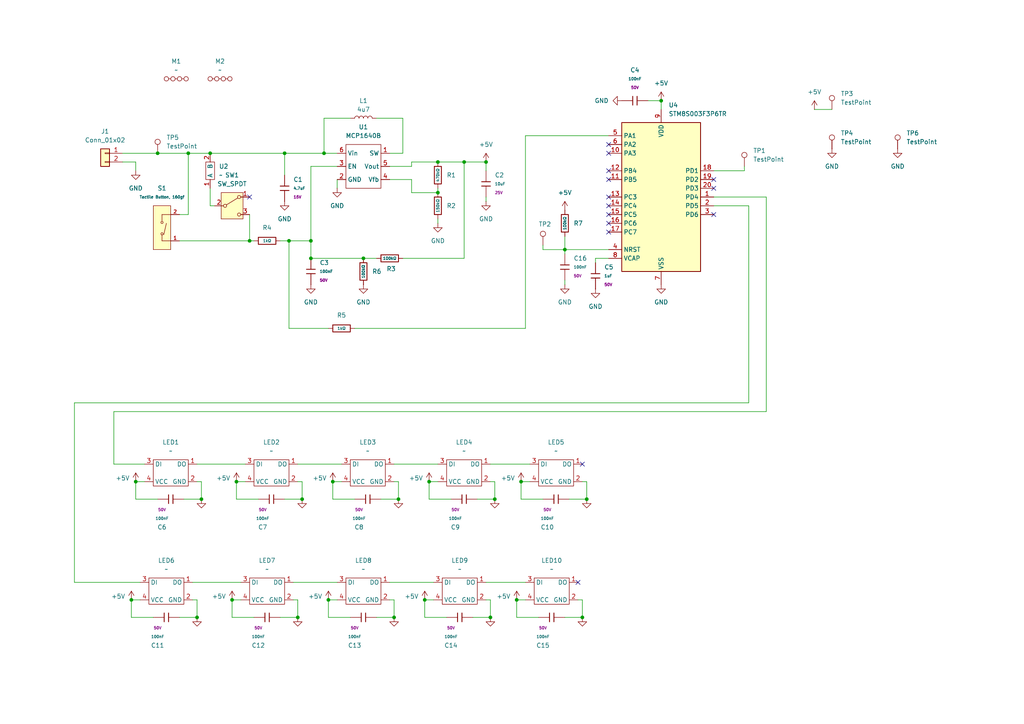
<source format=kicad_sch>
(kicad_sch (version 20250114) (generator "eeschema") (generator_version "9.0")
  (paper "A4")
  (junction (at 86.36 179.07))
  (junction (at 127 55.88))
  (junction (at 191.77 29.21))
  (junction (at 95.25 173.99))
  (junction (at 143.51 144.78))
  (junction (at 39.37 139.7))
  (junction (at 87.63 144.78))
  (junction (at 123.19 173.99))
  (junction (at 163.83 72.39))
  (junction (at 90.17 69.85))
  (junction (at 149.86 173.99))
  (junction (at 67.31 173.99))
  (junction (at 114.3 179.07))
  (junction (at 60.96 44.45))
  (junction (at 54.61 44.45))
  (junction (at 93.98 44.45))
  (junction (at 140.97 46.99))
  (junction (at 96.52 139.7))
  (junction (at 105.41 74.93))
  (junction (at 124.46 139.7))
  (junction (at 58.42 144.78))
  (junction (at 72.39 69.85))
  (junction (at 134.62 46.99))
  (junction (at 142.24 179.07))
  (junction (at 38.1 173.99))
  (junction (at 90.17 74.93))
  (junction (at 83.82 69.85))
  (junction (at 82.55 44.45))
  (junction (at 170.18 144.78))
  (junction (at 168.91 179.07))
  (junction (at 127 46.99))
  (junction (at 68.58 139.7))
  (junction (at 57.15 179.07))
  (junction (at 45.72 44.45))
  (junction (at 151.13 139.7))
  (junction (at 115.57 144.78))
  (no_connect (at 176.53 44.45))
  (no_connect (at 176.53 64.77))
  (no_connect (at 72.39 57.15))
  (no_connect (at 207.01 62.23))
  (no_connect (at 167.64 168.91))
  (no_connect (at 176.53 49.53))
  (no_connect (at 168.91 134.62))
  (no_connect (at 176.53 67.31))
  (no_connect (at 176.53 57.15))
  (no_connect (at 176.53 41.91))
  (no_connect (at 176.53 59.69))
  (no_connect (at 176.53 52.07))
  (no_connect (at 176.53 62.23))
  (no_connect (at 207.01 52.07))
  (no_connect (at 207.01 54.61))
  (wire (pts (xy 38.1 173.99) (xy 38.1 179.07)))
  (wire (pts (xy 110.49 144.78) (xy 115.57 144.78)))
  (wire (pts (xy 39.37 139.7) (xy 39.37 144.78)))
  (wire (pts (xy 217.17 59.69) (xy 217.17 116.84)))
  (wire (pts (xy 85.09 168.91) (xy 97.79 168.91)))
  (wire (pts (xy 95.25 95.25) (xy 83.82 95.25)))
  (wire (pts (xy 21.59 168.91) (xy 40.64 168.91)))
  (wire (pts (xy 222.25 119.38) (xy 222.25 57.15)))
  (wire (pts (xy 114.3 139.7) (xy 115.57 139.7)))
  (wire (pts (xy 163.83 179.07) (xy 168.91 179.07)))
  (wire (pts (xy 85.09 173.99) (xy 86.36 173.99)))
  (wire (pts (xy 123.19 173.99) (xy 123.19 179.07)))
  (wire (pts (xy 172.72 76.2) (xy 172.72 74.93)))
  (wire (pts (xy 116.84 34.29) (xy 116.84 44.45)))
  (wire (pts (xy 101.6 179.07) (xy 95.25 179.07)))
  (wire (pts (xy 39.37 46.99) (xy 39.37 49.53)))
  (wire (pts (xy 82.55 44.45) (xy 93.98 44.45)))
  (wire (pts (xy 116.84 74.93) (xy 134.62 74.93)))
  (wire (pts (xy 96.52 139.7) (xy 96.52 144.78)))
  (wire (pts (xy 236.22 31.75) (xy 241.3 31.75)))
  (wire (pts (xy 151.13 139.7) (xy 153.67 139.7)))
  (wire (pts (xy 81.28 179.07) (xy 86.36 179.07)))
  (wire (pts (xy 101.6 34.29) (xy 93.98 34.29)))
  (wire (pts (xy 44.45 179.07) (xy 38.1 179.07)))
  (wire (pts (xy 134.62 46.99) (xy 140.97 46.99)))
  (wire (pts (xy 157.48 144.78) (xy 151.13 144.78)))
  (wire (pts (xy 55.88 168.91) (xy 69.85 168.91)))
  (wire (pts (xy 113.03 48.26) (xy 119.38 48.26)))
  (wire (pts (xy 81.28 69.85) (xy 83.82 69.85)))
  (wire (pts (xy 68.58 139.7) (xy 71.12 139.7)))
  (wire (pts (xy 115.57 139.7) (xy 115.57 144.78)))
  (wire (pts (xy 165.1 144.78) (xy 170.18 144.78)))
  (wire (pts (xy 57.15 173.99) (xy 57.15 179.07)))
  (wire (pts (xy 140.97 173.99) (xy 142.24 173.99)))
  (wire (pts (xy 116.84 44.45) (xy 113.03 44.45)))
  (wire (pts (xy 149.86 173.99) (xy 149.86 179.07)))
  (wire (pts (xy 130.81 144.78) (xy 124.46 144.78)))
  (wire (pts (xy 151.13 139.7) (xy 151.13 144.78)))
  (wire (pts (xy 35.56 44.45) (xy 45.72 44.45)))
  (wire (pts (xy 114.3 173.99) (xy 114.3 179.07)))
  (wire (pts (xy 109.22 179.07) (xy 114.3 179.07)))
  (wire (pts (xy 90.17 74.93) (xy 105.41 74.93)))
  (wire (pts (xy 137.16 179.07) (xy 142.24 179.07)))
  (wire (pts (xy 142.24 173.99) (xy 142.24 179.07)))
  (wire (pts (xy 113.03 173.99) (xy 114.3 173.99)))
  (wire (pts (xy 74.93 144.78) (xy 68.58 144.78)))
  (wire (pts (xy 140.97 57.15) (xy 140.97 58.42)))
  (wire (pts (xy 97.79 48.26) (xy 90.17 48.26)))
  (wire (pts (xy 113.03 168.91) (xy 125.73 168.91)))
  (wire (pts (xy 45.72 44.45) (xy 54.61 44.45)))
  (wire (pts (xy 82.55 44.45) (xy 82.55 50.8)))
  (wire (pts (xy 114.3 134.62) (xy 127 134.62)))
  (wire (pts (xy 54.61 44.45) (xy 60.96 44.45)))
  (wire (pts (xy 55.88 173.99) (xy 57.15 173.99)))
  (wire (pts (xy 95.25 173.99) (xy 95.25 179.07)))
  (wire (pts (xy 52.07 179.07) (xy 57.15 179.07)))
  (wire (pts (xy 119.38 46.99) (xy 127 46.99)))
  (wire (pts (xy 142.24 134.62) (xy 153.67 134.62)))
  (wire (pts (xy 57.15 134.62) (xy 71.12 134.62)))
  (wire (pts (xy 86.36 139.7) (xy 87.63 139.7)))
  (wire (pts (xy 215.9 49.53) (xy 215.9 48.26)))
  (wire (pts (xy 167.64 173.99) (xy 168.91 173.99)))
  (wire (pts (xy 35.56 46.99) (xy 39.37 46.99)))
  (wire (pts (xy 140.97 168.91) (xy 152.4 168.91)))
  (wire (pts (xy 39.37 139.7) (xy 41.91 139.7)))
  (wire (pts (xy 90.17 48.26) (xy 90.17 69.85)))
  (wire (pts (xy 156.21 179.07) (xy 149.86 179.07)))
  (wire (pts (xy 97.79 54.61) (xy 97.79 52.07)))
  (wire (pts (xy 38.1 173.99) (xy 40.64 173.99)))
  (wire (pts (xy 163.83 81.28) (xy 163.83 82.55)))
  (wire (pts (xy 52.07 69.85) (xy 72.39 69.85)))
  (wire (pts (xy 60.96 59.69) (xy 62.23 59.69)))
  (wire (pts (xy 168.91 173.99) (xy 168.91 179.07)))
  (wire (pts (xy 113.03 52.07) (xy 119.38 52.07)))
  (wire (pts (xy 93.98 44.45) (xy 97.79 44.45)))
  (wire (pts (xy 54.61 62.23) (xy 52.07 62.23)))
  (wire (pts (xy 152.4 39.37) (xy 176.53 39.37)))
  (wire (pts (xy 72.39 62.23) (xy 72.39 69.85)))
  (wire (pts (xy 217.17 116.84) (xy 21.59 116.84)))
  (wire (pts (xy 168.91 139.7) (xy 170.18 139.7)))
  (wire (pts (xy 33.02 119.38) (xy 222.25 119.38)))
  (wire (pts (xy 191.77 29.21) (xy 191.77 31.75)))
  (wire (pts (xy 21.59 116.84) (xy 21.59 168.91)))
  (wire (pts (xy 157.48 72.39) (xy 157.48 71.12)))
  (wire (pts (xy 124.46 139.7) (xy 127 139.7)))
  (wire (pts (xy 109.22 34.29) (xy 116.84 34.29)))
  (wire (pts (xy 87.63 139.7) (xy 87.63 144.78)))
  (wire (pts (xy 68.58 139.7) (xy 68.58 144.78)))
  (wire (pts (xy 127 54.61) (xy 127 55.88)))
  (wire (pts (xy 163.83 68.58) (xy 163.83 72.39)))
  (wire (pts (xy 134.62 74.93) (xy 134.62 46.99)))
  (wire (pts (xy 119.38 55.88) (xy 127 55.88)))
  (wire (pts (xy 86.36 134.62) (xy 99.06 134.62)))
  (wire (pts (xy 96.52 139.7) (xy 99.06 139.7)))
  (wire (pts (xy 58.42 139.7) (xy 58.42 144.78)))
  (wire (pts (xy 90.17 69.85) (xy 90.17 74.93)))
  (wire (pts (xy 127 46.99) (xy 134.62 46.99)))
  (wire (pts (xy 143.51 139.7) (xy 143.51 144.78)))
  (wire (pts (xy 72.39 69.85) (xy 73.66 69.85)))
  (wire (pts (xy 60.96 54.61) (xy 60.96 59.69)))
  (wire (pts (xy 149.86 173.99) (xy 152.4 173.99)))
  (wire (pts (xy 102.87 144.78) (xy 96.52 144.78)))
  (wire (pts (xy 140.97 46.99) (xy 140.97 49.53)))
  (wire (pts (xy 123.19 173.99) (xy 125.73 173.99)))
  (wire (pts (xy 53.34 144.78) (xy 58.42 144.78)))
  (wire (pts (xy 124.46 139.7) (xy 124.46 144.78)))
  (wire (pts (xy 207.01 59.69) (xy 217.17 59.69)))
  (wire (pts (xy 45.72 144.78) (xy 39.37 144.78)))
  (wire (pts (xy 57.15 139.7) (xy 58.42 139.7)))
  (wire (pts (xy 176.53 72.39) (xy 163.83 72.39)))
  (wire (pts (xy 172.72 74.93) (xy 176.53 74.93)))
  (wire (pts (xy 222.25 57.15) (xy 207.01 57.15)))
  (wire (pts (xy 41.91 134.62) (xy 33.02 134.62)))
  (wire (pts (xy 142.24 139.7) (xy 143.51 139.7)))
  (wire (pts (xy 33.02 134.62) (xy 33.02 119.38)))
  (wire (pts (xy 207.01 49.53) (xy 215.9 49.53)))
  (wire (pts (xy 138.43 144.78) (xy 143.51 144.78)))
  (wire (pts (xy 83.82 69.85) (xy 83.82 95.25)))
  (wire (pts (xy 127 63.5) (xy 127 64.77)))
  (wire (pts (xy 73.66 179.07) (xy 67.31 179.07)))
  (wire (pts (xy 67.31 173.99) (xy 67.31 179.07)))
  (wire (pts (xy 163.83 72.39) (xy 163.83 73.66)))
  (wire (pts (xy 187.96 29.21) (xy 191.77 29.21)))
  (wire (pts (xy 157.48 72.39) (xy 163.83 72.39)))
  (wire (pts (xy 119.38 48.26) (xy 119.38 46.99)))
  (wire (pts (xy 105.41 74.93) (xy 109.22 74.93)))
  (wire (pts (xy 119.38 52.07) (xy 119.38 55.88)))
  (wire (pts (xy 170.18 139.7) (xy 170.18 144.78)))
  (wire (pts (xy 60.96 44.45) (xy 82.55 44.45)))
  (wire (pts (xy 67.31 173.99) (xy 69.85 173.99)))
  (wire (pts (xy 83.82 69.85) (xy 90.17 69.85)))
  (wire (pts (xy 54.61 44.45) (xy 54.61 62.23)))
  (wire (pts (xy 95.25 173.99) (xy 97.79 173.99)))
  (wire (pts (xy 86.36 173.99) (xy 86.36 179.07)))
  (wire (pts (xy 93.98 34.29) (xy 93.98 44.45)))
  (wire (pts (xy 82.55 144.78) (xy 87.63 144.78)))
  (wire (pts (xy 102.87 95.25) (xy 152.4 95.25)))
  (wire (pts (xy 152.4 95.25) (xy 152.4 39.37)))
  (wire (pts (xy 129.54 179.07) (xy 123.19 179.07)))
  (symbol (lib_id "power:+5V") (at 124.46 139.7 0) (unit 1)
    (property "Reference" "#PWR019" (effects (hide yes)))
    (property "Value" "+5V" (at 120.65 138.684 0))
    (property "Description" "Power symbol creates a global label with name \"+5V\"" (effects (hide yes)))
  )
  (symbol (lib_id "PCM_JLCPCB-Capacitors:0603,100nF") (at 90.17 78.74 0) (unit 1)
    (property "Reference" "C3" (at 92.71 76.1999 0) (effects (justify left)))
    (property "Value" "100nF" (at 92.71 78.74 0) (effects (font (size 0.8 0.8)) (justify left)))
    (property "Footprint" "PCM_JLCPCB:C_0603" (effects (hide yes)))
    (property "Datasheet" "https://www.lcsc.com/datasheet/lcsc_datasheet_2211101700_YAGEO-CC0603KRX7R9BB104_C14663.pdf" (effects (hide yes)))
    (property "Description" "50V 100nF X7R ±10% 0603 Multilayer Ceramic Capacitors MLCC - SMD/SMT ROHS" (effects (hide yes)))
    (property "LCSC" "C14663" (effects (hide yes)))
    (property "Stock" "70324515" (effects (hide yes)))
    (property "Price" "0.006USD" (effects (hide yes)))
    (property "Process" "SMT" (effects (hide yes)))
    (property "Minimum Qty" "20" (effects (hide yes)))
    (property "Attrition Qty" "10" (effects (hide yes)))
    (property "Class" "Basic Component" (effects (hide yes)))
    (property "Category" "Capacitors,Multilayer Ceramic Capacitors MLCC - SMD/SMT" (effects (hide yes)))
    (property "Manufacturer" "YAGEO" (effects (hide yes)))
    (property "Part" "CC0603KRX7R9BB104" (effects (hide yes)))
    (property "Voltage Rated" "50V" (at 92.71 81.28 0) (effects (font (size 0.8 0.8)) (justify left)))
    (property "Tolerance" "±10%" (effects (hide yes)))
    (property "Capacitance" "100nF" (effects (hide yes)))
    (property "Temperature Coefficient" "X7R" (effects (hide yes)))
  )
  (symbol (lib_id "power:GND") (at 140.97 58.42 0) (unit 1)
    (property "Reference" "#PWR03" (effects (hide yes)))
    (property "Value" "GND" (at 140.97 63.5 0))
    (property "Description" "Power symbol creates a global label with name \"GND\" , ground" (effects (hide yes)))
  )
  (symbol (lib_id "PCM_JLCPCB-Resistors:0603,1kΩ") (at 77.47 69.85 90) (unit 1)
    (property "Reference" "R4" (at 77.47 66.04 90))
    (property "Value" "1kΩ" (at 77.47 69.85 90) (effects (font (size 0.8 0.8))))
    (property "Footprint" "PCM_JLCPCB:R_0603" (effects (hide yes)))
    (property "Datasheet" "https://www.lcsc.com/datasheet/lcsc_datasheet_2206010130_UNI-ROYAL-Uniroyal-Elec-0603WAF1001T5E_C21190.pdf" (effects (hide yes)))
    (property "Description" "100mW Thick Film Resistors 75V ±100ppm/°C ±1% 1kΩ 0603 Chip Resistor - Surface Mount ROHS" (effects (hide yes)))
    (property "LCSC" "C21190" (effects (hide yes)))
    (property "Stock" "27538425" (effects (hide yes)))
    (property "Price" "0.004USD" (effects (hide yes)))
    (property "Process" "SMT" (effects (hide yes)))
    (property "Minimum Qty" "20" (effects (hide yes)))
    (property "Attrition Qty" "10" (effects (hide yes)))
    (property "Class" "Basic Component" (effects (hide yes)))
    (property "Category" "Resistors,Chip Resistor - Surface Mount" (effects (hide yes)))
    (property "Manufacturer" "UNI-ROYAL(Uniroyal Elec)" (effects (hide yes)))
    (property "Part" "0603WAF1001T5E" (effects (hide yes)))
    (property "Resistance" "1kΩ" (effects (hide yes)))
    (property "Power(Watts)" "100mW" (effects (hide yes)))
    (property "Type" "Thick Film Resistors" (effects (hide yes)))
    (property "Overload Voltage (Max)" "75V" (effects (hide yes)))
    (property "Operating Temperature Range" "-55°C~+155°C" (effects (hide yes)))
    (property "Tolerance" "±1%" (effects (hide yes)))
    (property "Temperature Coefficient" "±100ppm/°C" (effects (hide yes)))
  )
  (symbol (lib_id "my_custom_symbols:WS2812_2020") (at 105.41 171.45 0) (unit 1)
    (property "Reference" "LED8" (at 105.41 162.56 0))
    (property "Value" "~" (at 105.41 165.1 0))
    (property "Footprint" "my_custom_footyprints:WS2812_2020" (effects (hide yes)))
    (property "LCSC" "C965555" (effects (hide yes)))
  )
  (symbol (lib_id "Connector_Generic:Conn_01x02") (at 30.48 44.45 0) (mirror y) (unit 1) (in_bom no)
    (property "Reference" "J1" (at 30.48 38.1 0))
    (property "Value" "Conn_01x02" (at 30.48 40.64 0))
    (property "Footprint" "my_custom_footyprints:AAA cutout" (effects (hide yes)))
    (property "Description" "Generic connector, single row, 01x02, script generated (kicad-library-utils/schlib/autogen/connector/)" (effects (hide yes)))
  )
  (symbol (lib_id "power:GND") (at 87.63 144.78 0) (unit 1)
    (property "Reference" "#PWR016" (effects (hide yes)))
    (property "Value" "GND" (effects (hide yes)))
    (property "Description" "Power symbol creates a global label with name \"GND\" , ground" (effects (hide yes)))
  )
  (symbol (lib_id "my_custom_symbols:MCP1640") (at 105.41 45.72 0) (unit 1)
    (property "Reference" "U1" (at 105.41 36.83 0))
    (property "Value" "MCP1640B" (at 105.41 39.37 0))
    (property "Footprint" "Package_TO_SOT_SMD:SOT-23-6" (effects (hide yes)))
    (property "LCSC" "C478087" (effects (hide yes)))
  )
  (symbol (lib_id "power:GND") (at 170.18 144.78 0) (unit 1)
    (property "Reference" "#PWR022" (effects (hide yes)))
    (property "Value" "GND" (effects (hide yes)))
    (property "Description" "Power symbol creates a global label with name \"GND\" , ground" (effects (hide yes)))
  )
  (symbol (lib_id "power:GND") (at 127 64.77 0) (unit 1)
    (property "Reference" "#PWR02" (effects (hide yes)))
    (property "Value" "GND" (at 127 69.85 0))
    (property "Description" "Power symbol creates a global label with name \"GND\" , ground" (effects (hide yes)))
  )
  (symbol (lib_id "Connector:TestPoint") (at 260.35 43.18 0) (unit 1) (in_bom no)
    (property "Reference" "TP6" (at 262.89 38.6079 0) (effects (justify left)))
    (property "Value" "TestPoint" (at 262.89 41.1479 0) (effects (justify left)))
    (property "Footprint" "TestPoint:TestPoint_Pad_D2.0mm" (effects (hide yes)))
    (property "Description" "test point" (effects (hide yes)))
  )
  (symbol (lib_id "PCM_JLCPCB-Connectors_Buttons:Tactile Button, 160gf, 12V, 50mA, 4.0mm") (at 46.99 67.31 180) (unit 1)
    (property "Reference" "S1" (at 46.99 54.61 0))
    (property "Value" "Tactile Button, 160gf" (at 46.99 57.15 0) (effects (font (size 0.8 0.8))))
    (property "Footprint" "PCM_JLCPCB:SW_TS-1088-AR02016" (effects (hide yes)))
    (property "Datasheet" "https://www.lcsc.com/datasheet/lcsc_datasheet_2304140030_XUNPU-TS-1088-AR02016_C720477.pdf" (effects (hide yes)))
    (property "Description" "Without 50mA 4mm 100MΩ 100000 Times 12V 160gf 3mm 2mm Round Button Standing paste SPST SMD Tactile Switches ROHS" (effects (hide yes)))
    (property "LCSC" "C720477" (effects (hide yes)))
    (property "Stock" "346801" (effects (hide yes)))
    (property "Price" "0.044USD" (effects (hide yes)))
    (property "Process" "SMT" (effects (hide yes)))
    (property "Minimum Qty" "5" (effects (hide yes)))
    (property "Attrition Qty" "4" (effects (hide yes)))
    (property "Class" "Basic Component" (effects (hide yes)))
    (property "Category" "Switches,Tactile Switches" (effects (hide yes)))
    (property "Manufacturer" "XUNPU" (effects (hide yes)))
    (property "Part" "TS-1088-AR02016" (effects (hide yes)))
    (property "Switch Length" "4mm" (effects (hide yes)))
    (property "Voltage Rating (Dc)" "12V" (effects (hide yes)))
    (property "With Lamp" "No" (effects (hide yes)))
    (property "Operating Force" "160gf@±50gf" (effects (hide yes)))
    (property "Actuator/Cap Color" "Black" (effects (hide yes)))
    (property "Mechanical Life" "100000 Times" (effects (hide yes)))
    (property "Strike Gundam" "NO" (effects (hide yes)))
    (property "Circuit" "SPST" (effects (hide yes)))
    (property "Switch Height" "2mm" (effects (hide yes)))
    (property "Actuator Style" "Round Button" (effects (hide yes)))
    (property "Switch Width" "3mm" (effects (hide yes)))
    (property "Contact Current" "50mA" (effects (hide yes)))
    (property "Operating Temperature" "-30°C~+80°C" (effects (hide yes)))
    (property "Mounting Style" "Brick nogging" (effects (hide yes)))
    (property "Insulation Resistance" "100MΩ" (effects (hide yes)))
    (property "Pin Style" "SMDSplicing" (effects (hide yes)))
  )
  (symbol (lib_id "power:GND") (at 241.3 43.18 0) (unit 1)
    (property "Reference" "#PWR036" (effects (hide yes)))
    (property "Value" "GND" (at 241.3 48.26 0))
    (property "Description" "Power symbol creates a global label with name \"GND\" , ground" (effects (hide yes)))
  )
  (symbol (lib_id "power:+5V") (at 236.22 31.75 0) (unit 1)
    (property "Reference" "#PWR035" (effects (hide yes)))
    (property "Value" "+5V" (at 236.22 26.67 0))
    (property "Description" "Power symbol creates a global label with name \"+5V\"" (effects (hide yes)))
  )
  (symbol (lib_id "PCM_JLCPCB-Capacitors:0603,100nF") (at 161.29 144.78 270) (unit 1)
    (property "Reference" "C10" (at 158.75 152.908 90))
    (property "Value" "100nF" (at 158.75 150.368 90) (effects (font (size 0.8 0.8))))
    (property "Footprint" "PCM_JLCPCB:C_0603" (effects (hide yes)))
    (property "Datasheet" "https://www.lcsc.com/datasheet/lcsc_datasheet_2211101700_YAGEO-CC0603KRX7R9BB104_C14663.pdf" (effects (hide yes)))
    (property "Description" "50V 100nF X7R ±10% 0603 Multilayer Ceramic Capacitors MLCC - SMD/SMT ROHS" (effects (hide yes)))
    (property "LCSC" "C14663" (effects (hide yes)))
    (property "Stock" "70324515" (effects (hide yes)))
    (property "Price" "0.006USD" (effects (hide yes)))
    (property "Process" "SMT" (effects (hide yes)))
    (property "Minimum Qty" "20" (effects (hide yes)))
    (property "Attrition Qty" "10" (effects (hide yes)))
    (property "Class" "Basic Component" (effects (hide yes)))
    (property "Category" "Capacitors,Multilayer Ceramic Capacitors MLCC - SMD/SMT" (effects (hide yes)))
    (property "Manufacturer" "YAGEO" (effects (hide yes)))
    (property "Part" "CC0603KRX7R9BB104" (effects (hide yes)))
    (property "Voltage Rated" "50V" (at 158.75 147.828 90) (effects (font (size 0.8 0.8))))
    (property "Tolerance" "±10%" (effects (hide yes)))
    (property "Capacitance" "100nF" (effects (hide yes)))
    (property "Temperature Coefficient" "X7R" (effects (hide yes)))
  )
  (symbol (lib_id "PCM_JLCPCB-Capacitors:0603,100nF") (at 133.35 179.07 270) (unit 1)
    (property "Reference" "C14" (at 130.81 187.198 90))
    (property "Value" "100nF" (at 130.81 184.658 90) (effects (font (size 0.8 0.8))))
    (property "Footprint" "PCM_JLCPCB:C_0603" (effects (hide yes)))
    (property "Datasheet" "https://www.lcsc.com/datasheet/lcsc_datasheet_2211101700_YAGEO-CC0603KRX7R9BB104_C14663.pdf" (effects (hide yes)))
    (property "Description" "50V 100nF X7R ±10% 0603 Multilayer Ceramic Capacitors MLCC - SMD/SMT ROHS" (effects (hide yes)))
    (property "LCSC" "C14663" (effects (hide yes)))
    (property "Stock" "70324515" (effects (hide yes)))
    (property "Price" "0.006USD" (effects (hide yes)))
    (property "Process" "SMT" (effects (hide yes)))
    (property "Minimum Qty" "20" (effects (hide yes)))
    (property "Attrition Qty" "10" (effects (hide yes)))
    (property "Class" "Basic Component" (effects (hide yes)))
    (property "Category" "Capacitors,Multilayer Ceramic Capacitors MLCC - SMD/SMT" (effects (hide yes)))
    (property "Manufacturer" "YAGEO" (effects (hide yes)))
    (property "Part" "CC0603KRX7R9BB104" (effects (hide yes)))
    (property "Voltage Rated" "50V" (at 130.81 182.118 90) (effects (font (size 0.8 0.8))))
    (property "Tolerance" "±10%" (effects (hide yes)))
    (property "Capacitance" "100nF" (effects (hide yes)))
    (property "Temperature Coefficient" "X7R" (effects (hide yes)))
  )
  (symbol (lib_id "power:+5V") (at 191.77 29.21 0) (unit 1)
    (property "Reference" "#PWR011" (effects (hide yes)))
    (property "Value" "+5V" (at 191.77 24.13 0))
    (property "Description" "Power symbol creates a global label with name \"+5V\"" (effects (hide yes)))
  )
  (symbol (lib_id "power:+5V") (at 149.86 173.99 0) (unit 1)
    (property "Reference" "#PWR031" (effects (hide yes)))
    (property "Value" "+5V" (at 146.05 172.974 0))
    (property "Description" "Power symbol creates a global label with name \"+5V\"" (effects (hide yes)))
  )
  (symbol (lib_id "PCM_JLCPCB-Capacitors:0603,100nF") (at 160.02 179.07 270) (unit 1)
    (property "Reference" "C15" (at 157.48 187.198 90))
    (property "Value" "100nF" (at 157.48 184.658 90) (effects (font (size 0.8 0.8))))
    (property "Footprint" "PCM_JLCPCB:C_0603" (effects (hide yes)))
    (property "Datasheet" "https://www.lcsc.com/datasheet/lcsc_datasheet_2211101700_YAGEO-CC0603KRX7R9BB104_C14663.pdf" (effects (hide yes)))
    (property "Description" "50V 100nF X7R ±10% 0603 Multilayer Ceramic Capacitors MLCC - SMD/SMT ROHS" (effects (hide yes)))
    (property "LCSC" "C14663" (effects (hide yes)))
    (property "Stock" "70324515" (effects (hide yes)))
    (property "Price" "0.006USD" (effects (hide yes)))
    (property "Process" "SMT" (effects (hide yes)))
    (property "Minimum Qty" "20" (effects (hide yes)))
    (property "Attrition Qty" "10" (effects (hide yes)))
    (property "Class" "Basic Component" (effects (hide yes)))
    (property "Category" "Capacitors,Multilayer Ceramic Capacitors MLCC - SMD/SMT" (effects (hide yes)))
    (property "Manufacturer" "YAGEO" (effects (hide yes)))
    (property "Part" "CC0603KRX7R9BB104" (effects (hide yes)))
    (property "Voltage Rated" "50V" (at 157.48 182.118 90) (effects (font (size 0.8 0.8))))
    (property "Tolerance" "±10%" (effects (hide yes)))
    (property "Capacitance" "100nF" (effects (hide yes)))
    (property "Temperature Coefficient" "X7R" (effects (hide yes)))
  )
  (symbol (lib_id "Connector:TestPoint") (at 157.48 71.12 0) (unit 1) (in_bom no)
    (property "Reference" "TP2" (at 156.21 65.024 0) (effects (justify left)))
    (property "Value" "TestPoint" (effects (hide yes)))
    (property "Footprint" "TestPoint:TestPoint_Pad_D2.0mm" (effects (hide yes)))
    (property "Description" "test point" (effects (hide yes)))
  )
  (symbol (lib_id "my_custom_symbols:WS2812_2020") (at 77.47 171.45 0) (unit 1)
    (property "Reference" "LED7" (at 77.47 162.56 0))
    (property "Value" "~" (at 77.47 165.1 0))
    (property "Footprint" "my_custom_footyprints:WS2812_2020" (effects (hide yes)))
    (property "LCSC" "C965555" (effects (hide yes)))
  )
  (symbol (lib_id "Device:L") (at 105.41 34.29 90) (unit 1)
    (property "Reference" "L1" (at 105.41 29.21 90))
    (property "Value" "4u7" (at 105.41 31.75 90))
    (property "Footprint" "Inductor_SMD:L_APV_ANR3015" (effects (hide yes)))
    (property "Description" "Inductor" (effects (hide yes)))
    (property "LCSC" "C7427089" (effects (hide yes)))
  )
  (symbol (lib_id "PCM_JLCPCB-Capacitors:0603,100nF") (at 105.41 179.07 270) (unit 1)
    (property "Reference" "C13" (at 102.87 187.198 90))
    (property "Value" "100nF" (at 102.87 184.658 90) (effects (font (size 0.8 0.8))))
    (property "Footprint" "PCM_JLCPCB:C_0603" (effects (hide yes)))
    (property "Datasheet" "https://www.lcsc.com/datasheet/lcsc_datasheet_2211101700_YAGEO-CC0603KRX7R9BB104_C14663.pdf" (effects (hide yes)))
    (property "Description" "50V 100nF X7R ±10% 0603 Multilayer Ceramic Capacitors MLCC - SMD/SMT ROHS" (effects (hide yes)))
    (property "LCSC" "C14663" (effects (hide yes)))
    (property "Stock" "70324515" (effects (hide yes)))
    (property "Price" "0.006USD" (effects (hide yes)))
    (property "Process" "SMT" (effects (hide yes)))
    (property "Minimum Qty" "20" (effects (hide yes)))
    (property "Attrition Qty" "10" (effects (hide yes)))
    (property "Class" "Basic Component" (effects (hide yes)))
    (property "Category" "Capacitors,Multilayer Ceramic Capacitors MLCC - SMD/SMT" (effects (hide yes)))
    (property "Manufacturer" "YAGEO" (effects (hide yes)))
    (property "Part" "CC0603KRX7R9BB104" (effects (hide yes)))
    (property "Voltage Rated" "50V" (at 102.87 182.118 90) (effects (font (size 0.8 0.8))))
    (property "Tolerance" "±10%" (effects (hide yes)))
    (property "Capacitance" "100nF" (effects (hide yes)))
    (property "Temperature Coefficient" "X7R" (effects (hide yes)))
  )
  (symbol (lib_id "power:+5V") (at 96.52 139.7 0) (unit 1)
    (property "Reference" "#PWR017" (effects (hide yes)))
    (property "Value" "+5V" (at 92.71 138.684 0))
    (property "Description" "Power symbol creates a global label with name \"+5V\"" (effects (hide yes)))
  )
  (symbol (lib_id "PCM_JLCPCB-Capacitors:0805,10uF") (at 140.97 53.34 0) (unit 1)
    (property "Reference" "C2" (at 143.51 50.7999 0) (effects (justify left)))
    (property "Value" "10uF" (at 143.51 53.34 0) (effects (font (size 0.8 0.8)) (justify left)))
    (property "Footprint" "PCM_JLCPCB:C_0805" (effects (hide yes)))
    (property "Datasheet" "https://www.lcsc.com/datasheet/lcsc_datasheet_2304140030_Samsung-Electro-Mechanics-CL21A106KAYNNNE_C15850.pdf" (effects (hide yes)))
    (property "Description" "25V 10uF X5R ±10% 0805 Multilayer Ceramic Capacitors MLCC - SMD/SMT ROHS" (effects (hide yes)))
    (property "LCSC" "C15850" (effects (hide yes)))
    (property "Stock" "6525809" (effects (hide yes)))
    (property "Price" "0.014USD" (effects (hide yes)))
    (property "Process" "SMT" (effects (hide yes)))
    (property "Minimum Qty" "20" (effects (hide yes)))
    (property "Attrition Qty" "10" (effects (hide yes)))
    (property "Class" "Basic Component" (effects (hide yes)))
    (property "Category" "Capacitors,Multilayer Ceramic Capacitors MLCC - SMD/SMT" (effects (hide yes)))
    (property "Manufacturer" "Samsung Electro-Mechanics" (effects (hide yes)))
    (property "Part" "CL21A106KAYNNNE" (effects (hide yes)))
    (property "Voltage Rated" "25V" (at 143.51 55.88 0) (effects (font (size 0.8 0.8)) (justify left)))
    (property "Tolerance" "±10%" (effects (hide yes)))
    (property "Capacitance" "10uF" (effects (hide yes)))
    (property "Temperature Coefficient" "X5R" (effects (hide yes)))
  )
  (symbol (lib_id "power:+5V") (at 95.25 173.99 0) (unit 1)
    (property "Reference" "#PWR027" (effects (hide yes)))
    (property "Value" "+5V" (at 91.44 172.974 0))
    (property "Description" "Power symbol creates a global label with name \"+5V\"" (effects (hide yes)))
  )
  (symbol (lib_id "power:GND") (at 163.83 82.55 0) (unit 1)
    (property "Reference" "#PWR012" (effects (hide yes)))
    (property "Value" "GND" (at 163.83 87.63 0))
    (property "Description" "Power symbol creates a global label with name \"GND\" , ground" (effects (hide yes)))
  )
  (symbol (lib_id "PCM_JLCPCB-Resistors:0603,100kΩ") (at 163.83 64.77 0) (mirror x) (unit 1)
    (property "Reference" "R7" (at 166.37 64.7701 0) (effects (justify left)))
    (property "Value" "100kΩ" (at 163.83 64.77 90) (effects (font (size 0.8 0.8))))
    (property "Footprint" "PCM_JLCPCB:R_0603" (effects (hide yes)))
    (property "Datasheet" "https://www.lcsc.com/datasheet/lcsc_datasheet_2206010045_UNI-ROYAL-Uniroyal-Elec-0603WAF1003T5E_C25803.pdf" (effects (hide yes)))
    (property "Description" "100mW Thick Film Resistors 75V ±100ppm/°C ±1% 100kΩ 0603 Chip Resistor - Surface Mount ROHS" (effects (hide yes)))
    (property "LCSC" "C25803" (effects (hide yes)))
    (property "Stock" "7820113" (effects (hide yes)))
    (property "Price" "0.004USD" (effects (hide yes)))
    (property "Process" "SMT" (effects (hide yes)))
    (property "Minimum Qty" "20" (effects (hide yes)))
    (property "Attrition Qty" "10" (effects (hide yes)))
    (property "Class" "Basic Component" (effects (hide yes)))
    (property "Category" "Resistors,Chip Resistor - Surface Mount" (effects (hide yes)))
    (property "Manufacturer" "UNI-ROYAL(Uniroyal Elec)" (effects (hide yes)))
    (property "Part" "0603WAF1003T5E" (effects (hide yes)))
    (property "Resistance" "100kΩ" (effects (hide yes)))
    (property "Power(Watts)" "100mW" (effects (hide yes)))
    (property "Type" "Thick Film Resistors" (effects (hide yes)))
    (property "Overload Voltage (Max)" "75V" (effects (hide yes)))
    (property "Operating Temperature Range" "-55°C~+155°C" (effects (hide yes)))
    (property "Tolerance" "±1%" (effects (hide yes)))
    (property "Temperature Coefficient" "±100ppm/°C" (effects (hide yes)))
  )
  (symbol (lib_id "PCM_JLCPCB-Capacitors:0603,1uF") (at 172.72 80.01 0) (unit 1)
    (property "Reference" "C5" (at 175.26 77.4699 0) (effects (justify left)))
    (property "Value" "1uF" (at 175.26 80.01 0) (effects (font (size 0.8 0.8)) (justify left)))
    (property "Footprint" "PCM_JLCPCB:C_0603" (effects (hide yes)))
    (property "Datasheet" "https://www.lcsc.com/datasheet/lcsc_datasheet_2304140030_Samsung-Electro-Mechanics-CL10A105KB8NNNC_C15849.pdf" (effects (hide yes)))
    (property "Description" "50V 1uF X5R ±10% 0603 Multilayer Ceramic Capacitors MLCC - SMD/SMT ROHS" (effects (hide yes)))
    (property "LCSC" "C15849" (effects (hide yes)))
    (property "Stock" "11535980" (effects (hide yes)))
    (property "Price" "0.008USD" (effects (hide yes)))
    (property "Process" "SMT" (effects (hide yes)))
    (property "Minimum Qty" "20" (effects (hide yes)))
    (property "Attrition Qty" "10" (effects (hide yes)))
    (property "Class" "Basic Component" (effects (hide yes)))
    (property "Category" "Capacitors,Multilayer Ceramic Capacitors MLCC - SMD/SMT" (effects (hide yes)))
    (property "Manufacturer" "Samsung Electro-Mechanics" (effects (hide yes)))
    (property "Part" "CL10A105KB8NNNC" (effects (hide yes)))
    (property "Voltage Rated" "50V" (at 175.26 82.55 0) (effects (font (size 0.8 0.8)) (justify left)))
    (property "Tolerance" "±10%" (effects (hide yes)))
    (property "Capacitance" "1uF" (effects (hide yes)))
    (property "Temperature Coefficient" "X5R" (effects (hide yes)))
  )
  (symbol (lib_id "power:GND") (at 58.42 144.78 0) (unit 1)
    (property "Reference" "#PWR013" (effects (hide yes)))
    (property "Value" "GND" (effects (hide yes)))
    (property "Description" "Power symbol creates a global label with name \"GND\" , ground" (effects (hide yes)))
  )
  (symbol (lib_id "my_custom_symbols:WS2812_2020") (at 49.53 137.16 0) (unit 1)
    (property "Reference" "LED1" (at 49.53 128.27 0))
    (property "Value" "~" (at 49.53 130.81 0))
    (property "Footprint" "my_custom_footyprints:WS2812_2020" (effects (hide yes)))
    (property "LCSC" "C965555" (effects (hide yes)))
  )
  (symbol (lib_id "my_custom_symbols:WS2812_2020") (at 160.02 171.45 0) (unit 1)
    (property "Reference" "LED10" (at 160.02 162.56 0))
    (property "Value" "~" (at 160.02 165.1 0))
    (property "Footprint" "my_custom_footyprints:WS2812_2020" (effects (hide yes)))
    (property "LCSC" "C965555" (effects (hide yes)))
  )
  (symbol (lib_id "PCM_JLCPCB-Capacitors:0603,4.7uF") (at 82.55 54.61 0) (unit 1)
    (property "Reference" "C1" (at 85.09 52.0699 0) (effects (justify left)))
    (property "Value" "4.7uF" (at 85.09 54.61 0) (effects (font (size 0.8 0.8)) (justify left)))
    (property "Footprint" "PCM_JLCPCB:C_0603" (effects (hide yes)))
    (property "Datasheet" "https://www.lcsc.com/datasheet/lcsc_datasheet_2304140030_Samsung-Electro-Mechanics-CL10A475KO8NNNC_C19666.pdf" (effects (hide yes)))
    (property "Description" "16V 4.7uF X5R ±10% 0603 Multilayer Ceramic Capacitors MLCC - SMD/SMT ROHS" (effects (hide yes)))
    (property "LCSC" "C19666" (effects (hide yes)))
    (property "Stock" "4246728" (effects (hide yes)))
    (property "Price" "0.013USD" (effects (hide yes)))
    (property "Process" "SMT" (effects (hide yes)))
    (property "Minimum Qty" "20" (effects (hide yes)))
    (property "Attrition Qty" "10" (effects (hide yes)))
    (property "Class" "Basic Component" (effects (hide yes)))
    (property "Category" "Capacitors,Multilayer Ceramic Capacitors MLCC - SMD/SMT" (effects (hide yes)))
    (property "Manufacturer" "Samsung Electro-Mechanics" (effects (hide yes)))
    (property "Part" "CL10A475KO8NNNC" (effects (hide yes)))
    (property "Voltage Rated" "16V" (at 85.09 57.15 0) (effects (font (size 0.8 0.8)) (justify left)))
    (property "Tolerance" "±10%" (effects (hide yes)))
    (property "Capacitance" "4.7uF" (effects (hide yes)))
    (property "Temperature Coefficient" "X5R" (effects (hide yes)))
  )
  (symbol (lib_id "power:GND") (at 90.17 82.55 0) (unit 1)
    (property "Reference" "#PWR06" (effects (hide yes)))
    (property "Value" "GND" (at 90.17 87.63 0))
    (property "Description" "Power symbol creates a global label with name \"GND\" , ground" (effects (hide yes)))
  )
  (symbol (lib_id "power:+5V") (at 151.13 139.7 0) (unit 1)
    (property "Reference" "#PWR021" (effects (hide yes)))
    (property "Value" "+5V" (at 147.32 138.684 0))
    (property "Description" "Power symbol creates a global label with name \"+5V\"" (effects (hide yes)))
  )
  (symbol (lib_id "Switch:SW_SPDT") (at 67.31 59.69 0) (unit 1)
    (property "Reference" "SW1" (at 67.31 50.8 0))
    (property "Value" "SW_SPDT" (at 67.31 53.34 0))
    (property "Footprint" "Button_Switch_SMD:SW_SPDT_PCM12" (effects (hide yes)))
    (property "Description" "Switch, single pole double throw" (effects (hide yes)))
    (property "LCSC" "C778186" (effects (hide yes)))
  )
  (symbol (lib_id "PCM_JLCPCB-Manufacturing:Mousebites, Cosmetic, 3mm") (at 48.26 22.86 0) (unit 1) (in_bom no)
    (property "Reference" "M1" (at 51.1175 17.78 0))
    (property "Value" "~" (at 51.1175 20.32 0))
    (property "Footprint" "PCM_JLCPCB:MouseBites, Cosmetic, JLCPCB, 1.6mm" (effects (hide yes)))
    (property "Datasheet" "https://cdn.sparkfun.com/assets/home_page_posts/4/4/0/0/Mousebites_Whitepaper_Final.pdf" (effects (hide yes)))
    (property "Description" "Breakaway Mousebites based on Sparkfun's recomended parameters tweaked for PCM_JLCPCB" (effects (hide yes)))
  )
  (symbol (lib_id "PCM_JLCPCB-Capacitors:0603,100nF") (at 78.74 144.78 270) (unit 1)
    (property "Reference" "C7" (at 76.2 152.908 90))
    (property "Value" "100nF" (at 76.2 150.368 90) (effects (font (size 0.8 0.8))))
    (property "Footprint" "PCM_JLCPCB:C_0603" (effects (hide yes)))
    (property "Datasheet" "https://www.lcsc.com/datasheet/lcsc_datasheet_2211101700_YAGEO-CC0603KRX7R9BB104_C14663.pdf" (effects (hide yes)))
    (property "Description" "50V 100nF X7R ±10% 0603 Multilayer Ceramic Capacitors MLCC - SMD/SMT ROHS" (effects (hide yes)))
    (property "LCSC" "C14663" (effects (hide yes)))
    (property "Stock" "70324515" (effects (hide yes)))
    (property "Price" "0.006USD" (effects (hide yes)))
    (property "Process" "SMT" (effects (hide yes)))
    (property "Minimum Qty" "20" (effects (hide yes)))
    (property "Attrition Qty" "10" (effects (hide yes)))
    (property "Class" "Basic Component" (effects (hide yes)))
    (property "Category" "Capacitors,Multilayer Ceramic Capacitors MLCC - SMD/SMT" (effects (hide yes)))
    (property "Manufacturer" "YAGEO" (effects (hide yes)))
    (property "Part" "CC0603KRX7R9BB104" (effects (hide yes)))
    (property "Voltage Rated" "50V" (at 76.2 147.828 90) (effects (font (size 0.8 0.8))))
    (property "Tolerance" "±10%" (effects (hide yes)))
    (property "Capacitance" "100nF" (effects (hide yes)))
    (property "Temperature Coefficient" "X7R" (effects (hide yes)))
  )
  (symbol (lib_id "PCM_JLCPCB-Resistors:0603,100kΩ") (at 105.41 78.74 0) (mirror x) (unit 1)
    (property "Reference" "R6" (at 107.95 78.7401 0) (effects (justify left)))
    (property "Value" "100kΩ" (at 105.41 78.74 90) (effects (font (size 0.8 0.8))))
    (property "Footprint" "PCM_JLCPCB:R_0603" (effects (hide yes)))
    (property "Datasheet" "https://www.lcsc.com/datasheet/lcsc_datasheet_2206010045_UNI-ROYAL-Uniroyal-Elec-0603WAF1003T5E_C25803.pdf" (effects (hide yes)))
    (property "Description" "100mW Thick Film Resistors 75V ±100ppm/°C ±1% 100kΩ 0603 Chip Resistor - Surface Mount ROHS" (effects (hide yes)))
    (property "LCSC" "C25803" (effects (hide yes)))
    (property "Stock" "7820113" (effects (hide yes)))
    (property "Price" "0.004USD" (effects (hide yes)))
    (property "Process" "SMT" (effects (hide yes)))
    (property "Minimum Qty" "20" (effects (hide yes)))
    (property "Attrition Qty" "10" (effects (hide yes)))
    (property "Class" "Basic Component" (effects (hide yes)))
    (property "Category" "Resistors,Chip Resistor - Surface Mount" (effects (hide yes)))
    (property "Manufacturer" "UNI-ROYAL(Uniroyal Elec)" (effects (hide yes)))
    (property "Part" "0603WAF1003T5E" (effects (hide yes)))
    (property "Resistance" "100kΩ" (effects (hide yes)))
    (property "Power(Watts)" "100mW" (effects (hide yes)))
    (property "Type" "Thick Film Resistors" (effects (hide yes)))
    (property "Overload Voltage (Max)" "75V" (effects (hide yes)))
    (property "Operating Temperature Range" "-55°C~+155°C" (effects (hide yes)))
    (property "Tolerance" "±1%" (effects (hide yes)))
    (property "Temperature Coefficient" "±100ppm/°C" (effects (hide yes)))
  )
  (symbol (lib_id "PCM_JLCPCB-MCUs:STM8S003F3P6TR") (at 191.77 57.15 0) (unit 1)
    (property "Reference" "U4" (at 193.9133 30.48 0) (effects (justify left)))
    (property "Value" "STM8S003F3P6TR" (at 193.9133 33.02 0) (effects (justify left)))
    (property "Footprint" "PCM_JLCPCB:TSSOP-20_4.4x6.5mm_P0.65mm" (effects (hide yes)))
    (property "Datasheet" "https://www.st.com/resource/en/datasheet/stm8s003f3.pdf" (effects (hide yes)))
    (property "Description" "8Bit, 16MHz, 8KB Flash, 1KB RAM, 3.0-5.5V" (effects (hide yes)))
    (property "LCSC" "C52717" (effects (hide yes)))
    (property "Price" "0.380USD" (effects (hide yes)))
    (property "Stock" "124793" (effects (hide yes)))
    (property "Process" "SMT" (effects (hide yes)))
    (property "Minimum Qty" "1" (effects (hide yes)))
    (property "Attrition Qty" "0" (effects (hide yes)))
    (property "Class" "Preferred Component" (effects (hide yes)))
    (property "Category" "Embedded Processors & Controllers,ST Microelectronics" (effects (hide yes)))
    (property "Manufacturer" "STMicroelectronics" (effects (hide yes)))
    (property "Part" "STM8S003F3P6TR" (effects (hide yes)))
    (property "Adc (Bit)" "10bit" (effects (hide yes)))
    (property "Low-Voltage Detect" "Yes" (effects (hide yes)))
    (property "Watchdog" "Yes" (effects (hide yes)))
    (property "Program Storage Size" "8KB" (effects (hide yes)))
    (property "Cpu Maximum Speed" "16MHz" (effects (hide yes)))
    (property "Eeprom" "128Byte" (effects (hide yes)))
    (property "Gpio Ports Number" "16" (effects (hide yes)))
    (property "Internal Oscillator" "Yes" (effects (hide yes)))
    (property "Infrared Data Association" "Yes" (effects (hide yes)))
    (property "Operating Voltage Range" "2.95V~5.5V" (effects (hide yes)))
    (property "Ram Size" "1KB" (effects (hide yes)))
    (property "Cpu Core" "STM8" (effects (hide yes)))
    (property "Operating Temperature Range" "-40°C~+85°C" (effects (hide yes)))
    (property "Program Memory Type" "FLASH" (effects (hide yes)))
    (property "Peripheral/Function" "PWM" (effects (hide yes)))
    (property "Low Voltage Detection Threshold" "2.95V~5.5V" (effects (hide yes)))
  )
  (symbol (lib_id "PCM_JLCPCB-Manufacturing:Mousebites, Cosmetic, 3mm") (at 60.96 22.86 0) (unit 1) (in_bom no)
    (property "Reference" "M2" (at 63.8175 17.78 0))
    (property "Value" "~" (at 63.8175 20.32 0))
    (property "Footprint" "PCM_JLCPCB:MouseBites, Cosmetic, JLCPCB, 1.6mm" (effects (hide yes)))
    (property "Datasheet" "https://cdn.sparkfun.com/assets/home_page_posts/4/4/0/0/Mousebites_Whitepaper_Final.pdf" (effects (hide yes)))
    (property "Description" "Breakaway Mousebites based on Sparkfun's recomended parameters tweaked for PCM_JLCPCB" (effects (hide yes)))
  )
  (symbol (lib_id "power:GND") (at 142.24 179.07 0) (unit 1)
    (property "Reference" "#PWR030" (effects (hide yes)))
    (property "Value" "GND" (effects (hide yes)))
    (property "Description" "Power symbol creates a global label with name \"GND\" , ground" (effects (hide yes)))
  )
  (symbol (lib_id "my_custom_symbols:WS2812_2020") (at 48.26 171.45 0) (unit 1)
    (property "Reference" "LED6" (at 48.26 162.56 0))
    (property "Value" "~" (at 48.26 165.1 0))
    (property "Footprint" "my_custom_footyprints:WS2812_2020" (effects (hide yes)))
    (property "LCSC" "C965555" (effects (hide yes)))
  )
  (symbol (lib_id "power:+5V") (at 163.83 60.96 0) (unit 1)
    (property "Reference" "#PWR034" (effects (hide yes)))
    (property "Value" "+5V" (at 163.83 55.88 0))
    (property "Description" "Power symbol creates a global label with name \"+5V\"" (effects (hide yes)))
  )
  (symbol (lib_id "Connector:TestPoint") (at 215.9 48.26 0) (unit 1) (in_bom no)
    (property "Reference" "TP1" (at 218.44 43.6879 0) (effects (justify left)))
    (property "Value" "TestPoint" (at 218.44 46.2279 0) (effects (justify left)))
    (property "Footprint" "TestPoint:TestPoint_Pad_D2.0mm" (effects (hide yes)))
    (property "Description" "test point" (effects (hide yes)))
  )
  (symbol (lib_id "power:GND") (at 191.77 82.55 0) (unit 1)
    (property "Reference" "#PWR05" (effects (hide yes)))
    (property "Value" "GND" (at 191.77 87.63 0))
    (property "Description" "Power symbol creates a global label with name \"GND\" , ground" (effects (hide yes)))
  )
  (symbol (lib_id "power:GND") (at 115.57 144.78 0) (unit 1)
    (property "Reference" "#PWR018" (effects (hide yes)))
    (property "Value" "GND" (effects (hide yes)))
    (property "Description" "Power symbol creates a global label with name \"GND\" , ground" (effects (hide yes)))
  )
  (symbol (lib_id "power:+5V") (at 38.1 173.99 0) (unit 1)
    (property "Reference" "#PWR023" (effects (hide yes)))
    (property "Value" "+5V" (at 34.29 172.974 0))
    (property "Description" "Power symbol creates a global label with name \"+5V\"" (effects (hide yes)))
  )
  (symbol (lib_id "power:GND") (at 168.91 179.07 0) (unit 1)
    (property "Reference" "#PWR032" (effects (hide yes)))
    (property "Value" "GND" (effects (hide yes)))
    (property "Description" "Power symbol creates a global label with name \"GND\" , ground" (effects (hide yes)))
  )
  (symbol (lib_id "power:GND") (at 260.35 43.18 0) (unit 1)
    (property "Reference" "#PWR037" (effects (hide yes)))
    (property "Value" "GND" (at 260.35 48.26 0))
    (property "Description" "Power symbol creates a global label with name \"GND\" , ground" (effects (hide yes)))
  )
  (symbol (lib_id "PCM_JLCPCB-Capacitors:0603,100nF") (at 77.47 179.07 270) (unit 1)
    (property "Reference" "C12" (at 74.93 187.198 90))
    (property "Value" "100nF" (at 74.93 184.658 90) (effects (font (size 0.8 0.8))))
    (property "Footprint" "PCM_JLCPCB:C_0603" (effects (hide yes)))
    (property "Datasheet" "https://www.lcsc.com/datasheet/lcsc_datasheet_2211101700_YAGEO-CC0603KRX7R9BB104_C14663.pdf" (effects (hide yes)))
    (property "Description" "50V 100nF X7R ±10% 0603 Multilayer Ceramic Capacitors MLCC - SMD/SMT ROHS" (effects (hide yes)))
    (property "LCSC" "C14663" (effects (hide yes)))
    (property "Stock" "70324515" (effects (hide yes)))
    (property "Price" "0.006USD" (effects (hide yes)))
    (property "Process" "SMT" (effects (hide yes)))
    (property "Minimum Qty" "20" (effects (hide yes)))
    (property "Attrition Qty" "10" (effects (hide yes)))
    (property "Class" "Basic Component" (effects (hide yes)))
    (property "Category" "Capacitors,Multilayer Ceramic Capacitors MLCC - SMD/SMT" (effects (hide yes)))
    (property "Manufacturer" "YAGEO" (effects (hide yes)))
    (property "Part" "CC0603KRX7R9BB104" (effects (hide yes)))
    (property "Voltage Rated" "50V" (at 74.93 182.118 90) (effects (font (size 0.8 0.8))))
    (property "Tolerance" "±10%" (effects (hide yes)))
    (property "Capacitance" "100nF" (effects (hide yes)))
    (property "Temperature Coefficient" "X7R" (effects (hide yes)))
  )
  (symbol (lib_id "power:+5V") (at 68.58 139.7 0) (unit 1)
    (property "Reference" "#PWR015" (effects (hide yes)))
    (property "Value" "+5V" (at 64.77 138.684 0))
    (property "Description" "Power symbol creates a global label with name \"+5V\"" (effects (hide yes)))
  )
  (symbol (lib_id "PCM_JLCPCB-Capacitors:0603,100nF") (at 134.62 144.78 270) (unit 1)
    (property "Reference" "C9" (at 132.08 152.908 90))
    (property "Value" "100nF" (at 132.08 150.368 90) (effects (font (size 0.8 0.8))))
    (property "Footprint" "PCM_JLCPCB:C_0603" (effects (hide yes)))
    (property "Datasheet" "https://www.lcsc.com/datasheet/lcsc_datasheet_2211101700_YAGEO-CC0603KRX7R9BB104_C14663.pdf" (effects (hide yes)))
    (property "Description" "50V 100nF X7R ±10% 0603 Multilayer Ceramic Capacitors MLCC - SMD/SMT ROHS" (effects (hide yes)))
    (property "LCSC" "C14663" (effects (hide yes)))
    (property "Stock" "70324515" (effects (hide yes)))
    (property "Price" "0.006USD" (effects (hide yes)))
    (property "Process" "SMT" (effects (hide yes)))
    (property "Minimum Qty" "20" (effects (hide yes)))
    (property "Attrition Qty" "10" (effects (hide yes)))
    (property "Class" "Basic Component" (effects (hide yes)))
    (property "Category" "Capacitors,Multilayer Ceramic Capacitors MLCC - SMD/SMT" (effects (hide yes)))
    (property "Manufacturer" "YAGEO" (effects (hide yes)))
    (property "Part" "CC0603KRX7R9BB104" (effects (hide yes)))
    (property "Voltage Rated" "50V" (at 132.08 147.828 90) (effects (font (size 0.8 0.8))))
    (property "Tolerance" "±10%" (effects (hide yes)))
    (property "Capacitance" "100nF" (effects (hide yes)))
    (property "Temperature Coefficient" "X7R" (effects (hide yes)))
  )
  (symbol (lib_id "power:+5V") (at 39.37 139.7 0) (unit 1)
    (property "Reference" "#PWR014" (effects (hide yes)))
    (property "Value" "+5V" (at 35.56 138.684 0))
    (property "Description" "Power symbol creates a global label with name \"+5V\"" (effects (hide yes)))
  )
  (symbol (lib_id "PCM_JLCPCB-Resistors:0603,1kΩ") (at 99.06 95.25 90) (unit 1)
    (property "Reference" "R5" (at 99.06 91.44 90))
    (property "Value" "1kΩ" (at 99.06 95.25 90) (effects (font (size 0.8 0.8))))
    (property "Footprint" "PCM_JLCPCB:R_0603" (effects (hide yes)))
    (property "Datasheet" "https://www.lcsc.com/datasheet/lcsc_datasheet_2206010130_UNI-ROYAL-Uniroyal-Elec-0603WAF1001T5E_C21190.pdf" (effects (hide yes)))
    (property "Description" "100mW Thick Film Resistors 75V ±100ppm/°C ±1% 1kΩ 0603 Chip Resistor - Surface Mount ROHS" (effects (hide yes)))
    (property "LCSC" "C21190" (effects (hide yes)))
    (property "Stock" "27538425" (effects (hide yes)))
    (property "Price" "0.004USD" (effects (hide yes)))
    (property "Process" "SMT" (effects (hide yes)))
    (property "Minimum Qty" "20" (effects (hide yes)))
    (property "Attrition Qty" "10" (effects (hide yes)))
    (property "Class" "Basic Component" (effects (hide yes)))
    (property "Category" "Resistors,Chip Resistor - Surface Mount" (effects (hide yes)))
    (property "Manufacturer" "UNI-ROYAL(Uniroyal Elec)" (effects (hide yes)))
    (property "Part" "0603WAF1001T5E" (effects (hide yes)))
    (property "Resistance" "1kΩ" (effects (hide yes)))
    (property "Power(Watts)" "100mW" (effects (hide yes)))
    (property "Type" "Thick Film Resistors" (effects (hide yes)))
    (property "Overload Voltage (Max)" "75V" (effects (hide yes)))
    (property "Operating Temperature Range" "-55°C~+155°C" (effects (hide yes)))
    (property "Tolerance" "±1%" (effects (hide yes)))
    (property "Temperature Coefficient" "±100ppm/°C" (effects (hide yes)))
  )
  (symbol (lib_id "power:GND") (at 143.51 144.78 0) (unit 1)
    (property "Reference" "#PWR020" (effects (hide yes)))
    (property "Value" "GND" (effects (hide yes)))
    (property "Description" "Power symbol creates a global label with name \"GND\" , ground" (effects (hide yes)))
  )
  (symbol (lib_id "Connector:TestPoint") (at 241.3 43.18 0) (unit 1) (in_bom no)
    (property "Reference" "TP4" (at 243.84 38.6079 0) (effects (justify left)))
    (property "Value" "TestPoint" (at 243.84 41.1479 0) (effects (justify left)))
    (property "Footprint" "TestPoint:TestPoint_Pad_D2.0mm" (effects (hide yes)))
    (property "Description" "test point" (effects (hide yes)))
  )
  (symbol (lib_id "PCM_JLCPCB-Resistors:0603,150kΩ") (at 127 59.69 0) (unit 1)
    (property "Reference" "R2" (at 129.54 59.6899 0) (effects (justify left)))
    (property "Value" "150kΩ" (at 127 59.69 90) (effects (font (size 0.8 0.8))))
    (property "Footprint" "PCM_JLCPCB:R_0603" (effects (hide yes)))
    (property "Datasheet" "https://www.lcsc.com/datasheet/lcsc_datasheet_2206010130_UNI-ROYAL-Uniroyal-Elec-0603WAF1503T5E_C22807.pdf" (effects (hide yes)))
    (property "Description" "100mW Thick Film Resistors 75V ±100ppm/°C ±1% 150kΩ 0603 Chip Resistor - Surface Mount ROHS" (effects (hide yes)))
    (property "LCSC" "C22807" (effects (hide yes)))
    (property "Stock" "1206473" (effects (hide yes)))
    (property "Price" "0.004USD" (effects (hide yes)))
    (property "Process" "SMT" (effects (hide yes)))
    (property "Minimum Qty" "20" (effects (hide yes)))
    (property "Attrition Qty" "10" (effects (hide yes)))
    (property "Class" "Basic Component" (effects (hide yes)))
    (property "Category" "Resistors,Chip Resistor - Surface Mount" (effects (hide yes)))
    (property "Manufacturer" "UNI-ROYAL(Uniroyal Elec)" (effects (hide yes)))
    (property "Part" "0603WAF1503T5E" (effects (hide yes)))
    (property "Resistance" "150kΩ" (effects (hide yes)))
    (property "Power(Watts)" "100mW" (effects (hide yes)))
    (property "Type" "Thick Film Resistors" (effects (hide yes)))
    (property "Overload Voltage (Max)" "75V" (effects (hide yes)))
    (property "Operating Temperature Range" "-55°C~+155°C" (effects (hide yes)))
    (property "Tolerance" "±1%" (effects (hide yes)))
    (property "Temperature Coefficient" "±100ppm/°C" (effects (hide yes)))
  )
  (symbol (lib_id "Connector:TestPoint") (at 241.3 31.75 0) (unit 1) (in_bom no)
    (property "Reference" "TP3" (at 243.84 27.1779 0) (effects (justify left)))
    (property "Value" "TestPoint" (at 243.84 29.7179 0) (effects (justify left)))
    (property "Footprint" "TestPoint:TestPoint_Pad_D2.0mm" (effects (hide yes)))
    (property "Description" "test point" (effects (hide yes)))
  )
  (symbol (lib_id "power:GND") (at 82.55 58.42 0) (unit 1)
    (property "Reference" "#PWR01" (effects (hide yes)))
    (property "Value" "GND" (at 82.55 63.5 0))
    (property "Description" "Power symbol creates a global label with name \"GND\" , ground" (effects (hide yes)))
  )
  (symbol (lib_id "power:GND") (at 57.15 179.07 0) (unit 1)
    (property "Reference" "#PWR024" (effects (hide yes)))
    (property "Value" "GND" (effects (hide yes)))
    (property "Description" "Power symbol creates a global label with name \"GND\" , ground" (effects (hide yes)))
  )
  (symbol (lib_id "PCM_JLCPCB-Resistors:0603,470kΩ") (at 127 50.8 0) (unit 1)
    (property "Reference" "R1" (at 129.54 50.7999 0) (effects (justify left)))
    (property "Value" "470kΩ" (at 127 50.8 90) (effects (font (size 0.8 0.8))))
    (property "Footprint" "PCM_JLCPCB:R_0603" (effects (hide yes)))
    (property "Datasheet" "https://www.lcsc.com/datasheet/lcsc_datasheet_2206010116_UNI-ROYAL-Uniroyal-Elec-0603WAF4703T5E_C23178.pdf" (effects (hide yes)))
    (property "Description" "100mW Thick Film Resistors 75V ±100ppm/°C ±1% 470kΩ 0603 Chip Resistor - Surface Mount ROHS" (effects (hide yes)))
    (property "LCSC" "C23178" (effects (hide yes)))
    (property "Stock" "603438" (effects (hide yes)))
    (property "Price" "0.004USD" (effects (hide yes)))
    (property "Process" "SMT" (effects (hide yes)))
    (property "Minimum Qty" "20" (effects (hide yes)))
    (property "Attrition Qty" "10" (effects (hide yes)))
    (property "Class" "Basic Component" (effects (hide yes)))
    (property "Category" "Resistors,Chip Resistor - Surface Mount" (effects (hide yes)))
    (property "Manufacturer" "UNI-ROYAL(Uniroyal Elec)" (effects (hide yes)))
    (property "Part" "0603WAF4703T5E" (effects (hide yes)))
    (property "Resistance" "470kΩ" (effects (hide yes)))
    (property "Power(Watts)" "100mW" (effects (hide yes)))
    (property "Type" "Thick Film Resistors" (effects (hide yes)))
    (property "Overload Voltage (Max)" "75V" (effects (hide yes)))
    (property "Operating Temperature Range" "-55°C~+155°C" (effects (hide yes)))
    (property "Tolerance" "±1%" (effects (hide yes)))
    (property "Temperature Coefficient" "±100ppm/°C" (effects (hide yes)))
  )
  (symbol (lib_id "power:+5V") (at 140.97 46.99 0) (unit 1)
    (property "Reference" "#PWR07" (effects (hide yes)))
    (property "Value" "+5V" (at 140.97 41.91 0))
    (property "Description" "Power symbol creates a global label with name \"+5V\"" (effects (hide yes)))
  )
  (symbol (lib_id "my_custom_symbols:WS2812_2020") (at 133.35 171.45 0) (unit 1)
    (property "Reference" "LED9" (at 133.35 162.56 0))
    (property "Value" "~" (at 133.35 165.1 0))
    (property "Footprint" "my_custom_footyprints:WS2812_2020" (effects (hide yes)))
    (property "LCSC" "C965555" (effects (hide yes)))
  )
  (symbol (lib_id "PCM_JLCPCB-Resistors:0603,100kΩ") (at 113.03 74.93 90) (mirror x) (unit 1)
    (property "Reference" "R3" (at 114.808 77.978 90) (effects (justify left)))
    (property "Value" "100kΩ" (at 113.03 74.93 90) (effects (font (size 0.8 0.8))))
    (property "Footprint" "PCM_JLCPCB:R_0603" (effects (hide yes)))
    (property "Datasheet" "https://www.lcsc.com/datasheet/lcsc_datasheet_2206010045_UNI-ROYAL-Uniroyal-Elec-0603WAF1003T5E_C25803.pdf" (effects (hide yes)))
    (property "Description" "100mW Thick Film Resistors 75V ±100ppm/°C ±1% 100kΩ 0603 Chip Resistor - Surface Mount ROHS" (effects (hide yes)))
    (property "LCSC" "C25803" (effects (hide yes)))
    (property "Stock" "7820113" (effects (hide yes)))
    (property "Price" "0.004USD" (effects (hide yes)))
    (property "Process" "SMT" (effects (hide yes)))
    (property "Minimum Qty" "20" (effects (hide yes)))
    (property "Attrition Qty" "10" (effects (hide yes)))
    (property "Class" "Basic Component" (effects (hide yes)))
    (property "Category" "Resistors,Chip Resistor - Surface Mount" (effects (hide yes)))
    (property "Manufacturer" "UNI-ROYAL(Uniroyal Elec)" (effects (hide yes)))
    (property "Part" "0603WAF1003T5E" (effects (hide yes)))
    (property "Resistance" "100kΩ" (effects (hide yes)))
    (property "Power(Watts)" "100mW" (effects (hide yes)))
    (property "Type" "Thick Film Resistors" (effects (hide yes)))
    (property "Overload Voltage (Max)" "75V" (effects (hide yes)))
    (property "Operating Temperature Range" "-55°C~+155°C" (effects (hide yes)))
    (property "Tolerance" "±1%" (effects (hide yes)))
    (property "Temperature Coefficient" "±100ppm/°C" (effects (hide yes)))
  )
  (symbol (lib_id "my_custom_symbols:WS2812_2020") (at 134.62 137.16 0) (unit 1)
    (property "Reference" "LED4" (at 134.62 128.27 0))
    (property "Value" "~" (at 134.62 130.81 0))
    (property "Footprint" "my_custom_footyprints:WS2812_2020" (effects (hide yes)))
    (property "LCSC" "C965555" (effects (hide yes)))
  )
  (symbol (lib_id "my_custom_symbols:WS2812_2020") (at 78.74 137.16 0) (unit 1)
    (property "Reference" "LED2" (at 78.74 128.27 0))
    (property "Value" "~" (at 78.74 130.81 0))
    (property "Footprint" "my_custom_footyprints:WS2812_2020" (effects (hide yes)))
    (property "LCSC" "C965555" (effects (hide yes)))
  )
  (symbol (lib_id "PCM_JLCPCB-Capacitors:0603,100nF") (at 163.83 77.47 0) (unit 1)
    (property "Reference" "C16" (at 166.37 74.9299 0) (effects (justify left)))
    (property "Value" "100nF" (at 166.37 77.47 0) (effects (font (size 0.8 0.8)) (justify left)))
    (property "Footprint" "PCM_JLCPCB:C_0603" (effects (hide yes)))
    (property "Datasheet" "https://www.lcsc.com/datasheet/lcsc_datasheet_2211101700_YAGEO-CC0603KRX7R9BB104_C14663.pdf" (effects (hide yes)))
    (property "Description" "50V 100nF X7R ±10% 0603 Multilayer Ceramic Capacitors MLCC - SMD/SMT ROHS" (effects (hide yes)))
    (property "LCSC" "C14663" (effects (hide yes)))
    (property "Stock" "70324515" (effects (hide yes)))
    (property "Price" "0.006USD" (effects (hide yes)))
    (property "Process" "SMT" (effects (hide yes)))
    (property "Minimum Qty" "20" (effects (hide yes)))
    (property "Attrition Qty" "10" (effects (hide yes)))
    (property "Class" "Basic Component" (effects (hide yes)))
    (property "Category" "Capacitors,Multilayer Ceramic Capacitors MLCC - SMD/SMT" (effects (hide yes)))
    (property "Manufacturer" "YAGEO" (effects (hide yes)))
    (property "Part" "CC0603KRX7R9BB104" (effects (hide yes)))
    (property "Voltage Rated" "50V" (at 166.37 80.01 0) (effects (font (size 0.8 0.8)) (justify left)))
    (property "Tolerance" "±10%" (effects (hide yes)))
    (property "Capacitance" "100nF" (effects (hide yes)))
    (property "Temperature Coefficient" "X7R" (effects (hide yes)))
  )
  (symbol (lib_id "power:GND") (at 114.3 179.07 0) (unit 1)
    (property "Reference" "#PWR028" (effects (hide yes)))
    (property "Value" "GND" (effects (hide yes)))
    (property "Description" "Power symbol creates a global label with name \"GND\" , ground" (effects (hide yes)))
  )
  (symbol (lib_id "my_custom_symbols:WS2812_2020") (at 161.29 137.16 0) (unit 1)
    (property "Reference" "LED5" (at 161.29 128.27 0))
    (property "Value" "~" (at 161.29 130.81 0))
    (property "Footprint" "my_custom_footyprints:WS2812_2020" (effects (hide yes)))
    (property "LCSC" "C965555" (effects (hide yes)))
  )
  (symbol (lib_id "power:GND") (at 180.34 29.21 270) (unit 1)
    (property "Reference" "#PWR08" (effects (hide yes)))
    (property "Value" "GND" (at 176.53 29.2099 90) (effects (justify right)))
    (property "Description" "Power symbol creates a global label with name \"GND\" , ground" (effects (hide yes)))
  )
  (symbol (lib_id "power:GND") (at 172.72 83.82 0) (unit 1)
    (property "Reference" "#PWR09" (effects (hide yes)))
    (property "Value" "GND" (at 172.72 88.9 0))
    (property "Description" "Power symbol creates a global label with name \"GND\" , ground" (effects (hide yes)))
  )
  (symbol (lib_id "power:GND") (at 86.36 179.07 0) (unit 1)
    (property "Reference" "#PWR026" (effects (hide yes)))
    (property "Value" "GND" (effects (hide yes)))
    (property "Description" "Power symbol creates a global label with name \"GND\" , ground" (effects (hide yes)))
  )
  (symbol (lib_id "my_custom_symbols:HX_1210-C06") (at 59.69 49.53 90) (unit 1) (in_bom no)
    (property "Reference" "U2" (at 63.5 48.2599 90) (effects (justify right)))
    (property "Value" "~" (at 63.5 50.7999 90) (effects (justify right)))
    (property "Footprint" "Resistor_THT:R_Axial_DIN0204_L3.6mm_D1.6mm_P1.90mm_Vertical" (effects (hide yes)))
    (property "LCSC" "C2879950" (effects (hide yes)))
  )
  (symbol (lib_id "my_custom_symbols:WS2812_2020") (at 106.68 137.16 0) (unit 1)
    (property "Reference" "LED3" (at 106.68 128.27 0))
    (property "Value" "~" (at 106.68 130.81 0))
    (property "Footprint" "my_custom_footyprints:WS2812_2020" (effects (hide yes)))
    (property "LCSC" "C965555" (effects (hide yes)))
  )
  (symbol (lib_id "Connector:TestPoint") (at 45.72 44.45 0) (unit 1) (in_bom no)
    (property "Reference" "TP5" (at 48.26 39.8779 0) (effects (justify left)))
    (property "Value" "TestPoint" (at 48.26 42.4179 0) (effects (justify left)))
    (property "Footprint" "TestPoint:TestPoint_Pad_D2.0mm" (effects (hide yes)))
    (property "Description" "test point" (effects (hide yes)))
  )
  (symbol (lib_id "power:GND") (at 105.41 82.55 0) (unit 1)
    (property "Reference" "#PWR033" (effects (hide yes)))
    (property "Value" "GND" (at 105.41 87.63 0))
    (property "Description" "Power symbol creates a global label with name \"GND\" , ground" (effects (hide yes)))
  )
  (symbol (lib_id "power:GND") (at 39.37 49.53 0) (unit 1)
    (property "Reference" "#PWR010" (effects (hide yes)))
    (property "Value" "GND" (at 39.37 54.61 0))
    (property "Description" "Power symbol creates a global label with name \"GND\" , ground" (effects (hide yes)))
  )
  (symbol (lib_id "power:+5V") (at 67.31 173.99 0) (unit 1)
    (property "Reference" "#PWR025" (effects (hide yes)))
    (property "Value" "+5V" (at 63.5 172.974 0))
    (property "Description" "Power symbol creates a global label with name \"+5V\"" (effects (hide yes)))
  )
  (symbol (lib_id "PCM_JLCPCB-Capacitors:0603,100nF") (at 48.26 179.07 270) (unit 1)
    (property "Reference" "C11" (at 45.72 187.198 90))
    (property "Value" "100nF" (at 45.72 184.658 90) (effects (font (size 0.8 0.8))))
    (property "Footprint" "PCM_JLCPCB:C_0603" (effects (hide yes)))
    (property "Datasheet" "https://www.lcsc.com/datasheet/lcsc_datasheet_2211101700_YAGEO-CC0603KRX7R9BB104_C14663.pdf" (effects (hide yes)))
    (property "Description" "50V 100nF X7R ±10% 0603 Multilayer Ceramic Capacitors MLCC - SMD/SMT ROHS" (effects (hide yes)))
    (property "LCSC" "C14663" (effects (hide yes)))
    (property "Stock" "70324515" (effects (hide yes)))
    (property "Price" "0.006USD" (effects (hide yes)))
    (property "Process" "SMT" (effects (hide yes)))
    (property "Minimum Qty" "20" (effects (hide yes)))
    (property "Attrition Qty" "10" (effects (hide yes)))
    (property "Class" "Basic Component" (effects (hide yes)))
    (property "Category" "Capacitors,Multilayer Ceramic Capacitors MLCC - SMD/SMT" (effects (hide yes)))
    (property "Manufacturer" "YAGEO" (effects (hide yes)))
    (property "Part" "CC0603KRX7R9BB104" (effects (hide yes)))
    (property "Voltage Rated" "50V" (at 45.72 182.118 90) (effects (font (size 0.8 0.8))))
    (property "Tolerance" "±10%" (effects (hide yes)))
    (property "Capacitance" "100nF" (effects (hide yes)))
    (property "Temperature Coefficient" "X7R" (effects (hide yes)))
  )
  (symbol (lib_id "PCM_JLCPCB-Capacitors:0603,100nF") (at 106.68 144.78 270) (unit 1)
    (property "Reference" "C8" (at 104.14 152.908 90))
    (property "Value" "100nF" (at 104.14 150.368 90) (effects (font (size 0.8 0.8))))
    (property "Footprint" "PCM_JLCPCB:C_0603" (effects (hide yes)))
    (property "Datasheet" "https://www.lcsc.com/datasheet/lcsc_datasheet_2211101700_YAGEO-CC0603KRX7R9BB104_C14663.pdf" (effects (hide yes)))
    (property "Description" "50V 100nF X7R ±10% 0603 Multilayer Ceramic Capacitors MLCC - SMD/SMT ROHS" (effects (hide yes)))
    (property "LCSC" "C14663" (effects (hide yes)))
    (property "Stock" "70324515" (effects (hide yes)))
    (property "Price" "0.006USD" (effects (hide yes)))
    (property "Process" "SMT" (effects (hide yes)))
    (property "Minimum Qty" "20" (effects (hide yes)))
    (property "Attrition Qty" "10" (effects (hide yes)))
    (property "Class" "Basic Component" (effects (hide yes)))
    (property "Category" "Capacitors,Multilayer Ceramic Capacitors MLCC - SMD/SMT" (effects (hide yes)))
    (property "Manufacturer" "YAGEO" (effects (hide yes)))
    (property "Part" "CC0603KRX7R9BB104" (effects (hide yes)))
    (property "Voltage Rated" "50V" (at 104.14 147.828 90) (effects (font (size 0.8 0.8))))
    (property "Tolerance" "±10%" (effects (hide yes)))
    (property "Capacitance" "100nF" (effects (hide yes)))
    (property "Temperature Coefficient" "X7R" (effects (hide yes)))
  )
  (symbol (lib_id "PCM_JLCPCB-Capacitors:0603,100nF") (at 49.53 144.78 270) (unit 1)
    (property "Reference" "C6" (at 46.99 152.908 90))
    (property "Value" "100nF" (at 46.99 150.368 90) (effects (font (size 0.8 0.8))))
    (property "Footprint" "PCM_JLCPCB:C_0603" (effects (hide yes)))
    (property "Datasheet" "https://www.lcsc.com/datasheet/lcsc_datasheet_2211101700_YAGEO-CC0603KRX7R9BB104_C14663.pdf" (effects (hide yes)))
    (property "Description" "50V 100nF X7R ±10% 0603 Multilayer Ceramic Capacitors MLCC - SMD/SMT ROHS" (effects (hide yes)))
    (property "LCSC" "C14663" (effects (hide yes)))
    (property "Stock" "70324515" (effects (hide yes)))
    (property "Price" "0.006USD" (effects (hide yes)))
    (property "Process" "SMT" (effects (hide yes)))
    (property "Minimum Qty" "20" (effects (hide yes)))
    (property "Attrition Qty" "10" (effects (hide yes)))
    (property "Class" "Basic Component" (effects (hide yes)))
    (property "Category" "Capacitors,Multilayer Ceramic Capacitors MLCC - SMD/SMT" (effects (hide yes)))
    (property "Manufacturer" "YAGEO" (effects (hide yes)))
    (property "Part" "CC0603KRX7R9BB104" (effects (hide yes)))
    (property "Voltage Rated" "50V" (at 46.99 147.828 90) (effects (font (size 0.8 0.8))))
    (property "Tolerance" "±10%" (effects (hide yes)))
    (property "Capacitance" "100nF" (effects (hide yes)))
    (property "Temperature Coefficient" "X7R" (effects (hide yes)))
  )
  (symbol (lib_id "power:GND") (at 97.79 54.61 0) (unit 1)
    (property "Reference" "#PWR04" (effects (hide yes)))
    (property "Value" "GND" (at 97.79 59.69 0))
    (property "Description" "Power symbol creates a global label with name \"GND\" , ground" (effects (hide yes)))
  )
  (symbol (lib_id "PCM_JLCPCB-Capacitors:0603,100nF") (at 184.15 29.21 90) (unit 1)
    (property "Reference" "C4" (at 184.15 20.32 90))
    (property "Value" "100nF" (at 184.15 22.86 90) (effects (font (size 0.8 0.8))))
    (property "Footprint" "PCM_JLCPCB:C_0603" (effects (hide yes)))
    (property "Datasheet" "https://www.lcsc.com/datasheet/lcsc_datasheet_2211101700_YAGEO-CC0603KRX7R9BB104_C14663.pdf" (effects (hide yes)))
    (property "Description" "50V 100nF X7R ±10% 0603 Multilayer Ceramic Capacitors MLCC - SMD/SMT ROHS" (effects (hide yes)))
    (property "LCSC" "C14663" (effects (hide yes)))
    (property "Stock" "70324515" (effects (hide yes)))
    (property "Price" "0.006USD" (effects (hide yes)))
    (property "Process" "SMT" (effects (hide yes)))
    (property "Minimum Qty" "20" (effects (hide yes)))
    (property "Attrition Qty" "10" (effects (hide yes)))
    (property "Class" "Basic Component" (effects (hide yes)))
    (property "Category" "Capacitors,Multilayer Ceramic Capacitors MLCC - SMD/SMT" (effects (hide yes)))
    (property "Manufacturer" "YAGEO" (effects (hide yes)))
    (property "Part" "CC0603KRX7R9BB104" (effects (hide yes)))
    (property "Voltage Rated" "50V" (at 184.15 25.4 90) (effects (font (size 0.8 0.8))))
    (property "Tolerance" "±10%" (effects (hide yes)))
    (property "Capacitance" "100nF" (effects (hide yes)))
    (property "Temperature Coefficient" "X7R" (effects (hide yes)))
  )
  (symbol (lib_id "power:+5V") (at 123.19 173.99 0) (unit 1)
    (property "Reference" "#PWR029" (effects (hide yes)))
    (property "Value" "+5V" (at 119.38 172.974 0))
    (property "Description" "Power symbol creates a global label with name \"+5V\"" (effects (hide yes)))
  )
)
</source>
